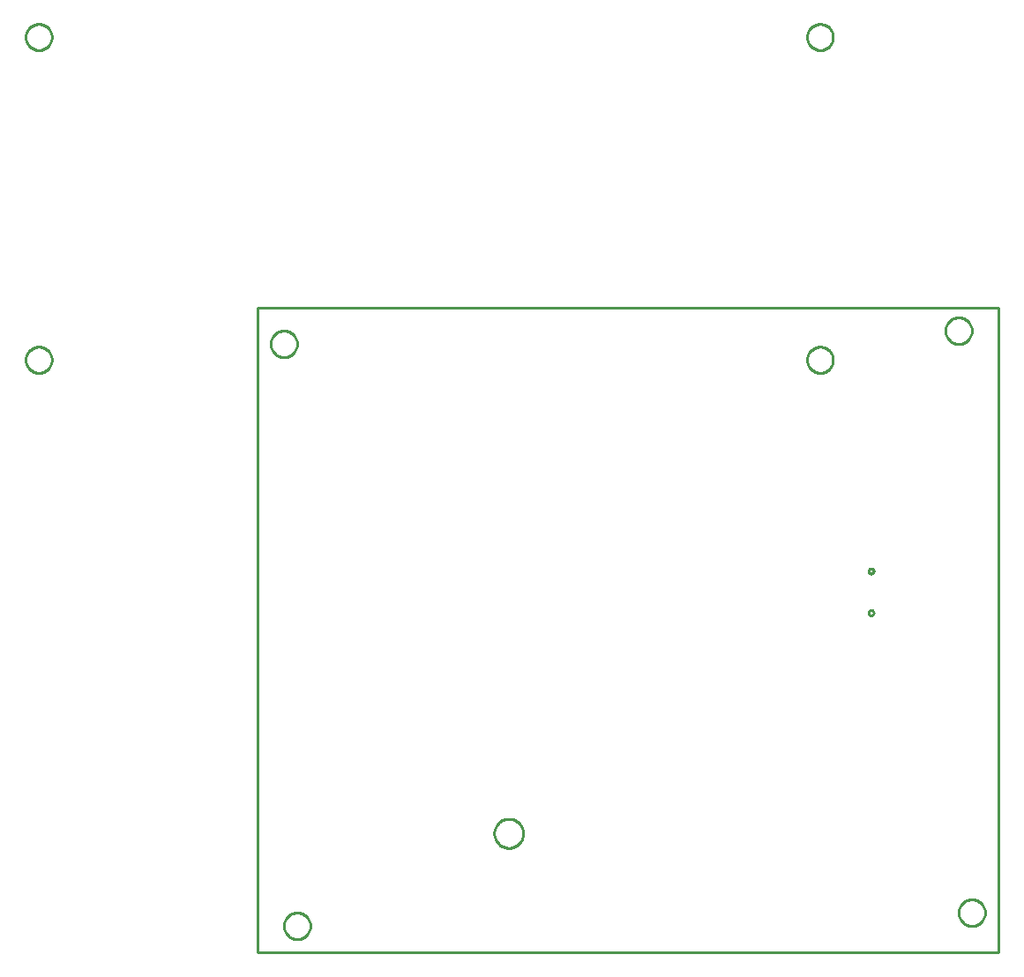
<source format=gbr>
G04 EAGLE Gerber RS-274X export*
G75*
%MOMM*%
%FSLAX34Y34*%
%LPD*%
%IN*%
%IPPOS*%
%AMOC8*
5,1,8,0,0,1.08239X$1,22.5*%
G01*
%ADD10C,0.254000*%


D10*
X114300Y63500D02*
X825300Y63500D01*
X825300Y682500D01*
X114300Y682500D01*
X114300Y63500D01*
X152400Y647201D02*
X152322Y646206D01*
X152166Y645220D01*
X151933Y644250D01*
X151624Y643301D01*
X151242Y642379D01*
X150789Y641490D01*
X150268Y640639D01*
X149681Y639831D01*
X149033Y639073D01*
X148327Y638367D01*
X147569Y637719D01*
X146761Y637132D01*
X145910Y636611D01*
X145021Y636158D01*
X144099Y635776D01*
X143150Y635467D01*
X142180Y635234D01*
X141194Y635078D01*
X140199Y635000D01*
X139201Y635000D01*
X138206Y635078D01*
X137220Y635234D01*
X136250Y635467D01*
X135301Y635776D01*
X134379Y636158D01*
X133490Y636611D01*
X132639Y637132D01*
X131831Y637719D01*
X131073Y638367D01*
X130367Y639073D01*
X129719Y639831D01*
X129132Y640639D01*
X128611Y641490D01*
X128158Y642379D01*
X127776Y643301D01*
X127467Y644250D01*
X127234Y645220D01*
X127078Y646206D01*
X127000Y647201D01*
X127000Y648199D01*
X127078Y649194D01*
X127234Y650180D01*
X127467Y651150D01*
X127776Y652099D01*
X128158Y653021D01*
X128611Y653910D01*
X129132Y654761D01*
X129719Y655569D01*
X130367Y656327D01*
X131073Y657033D01*
X131831Y657681D01*
X132639Y658268D01*
X133490Y658789D01*
X134379Y659242D01*
X135301Y659624D01*
X136250Y659933D01*
X137220Y660166D01*
X138206Y660322D01*
X139201Y660400D01*
X140199Y660400D01*
X141194Y660322D01*
X142180Y660166D01*
X143150Y659933D01*
X144099Y659624D01*
X145021Y659242D01*
X145910Y658789D01*
X146761Y658268D01*
X147569Y657681D01*
X148327Y657033D01*
X149033Y656327D01*
X149681Y655569D01*
X150268Y654761D01*
X150789Y653910D01*
X151242Y653021D01*
X151624Y652099D01*
X151933Y651150D01*
X152166Y650180D01*
X152322Y649194D01*
X152400Y648199D01*
X152400Y647201D01*
X165100Y88401D02*
X165022Y87406D01*
X164866Y86420D01*
X164633Y85450D01*
X164324Y84501D01*
X163942Y83579D01*
X163489Y82690D01*
X162968Y81839D01*
X162381Y81031D01*
X161733Y80273D01*
X161027Y79567D01*
X160269Y78919D01*
X159461Y78332D01*
X158610Y77811D01*
X157721Y77358D01*
X156799Y76976D01*
X155850Y76667D01*
X154880Y76434D01*
X153894Y76278D01*
X152899Y76200D01*
X151901Y76200D01*
X150906Y76278D01*
X149920Y76434D01*
X148950Y76667D01*
X148001Y76976D01*
X147079Y77358D01*
X146190Y77811D01*
X145339Y78332D01*
X144531Y78919D01*
X143773Y79567D01*
X143067Y80273D01*
X142419Y81031D01*
X141832Y81839D01*
X141311Y82690D01*
X140858Y83579D01*
X140476Y84501D01*
X140167Y85450D01*
X139934Y86420D01*
X139778Y87406D01*
X139700Y88401D01*
X139700Y89399D01*
X139778Y90394D01*
X139934Y91380D01*
X140167Y92350D01*
X140476Y93299D01*
X140858Y94221D01*
X141311Y95110D01*
X141832Y95961D01*
X142419Y96769D01*
X143067Y97527D01*
X143773Y98233D01*
X144531Y98881D01*
X145339Y99468D01*
X146190Y99989D01*
X147079Y100442D01*
X148001Y100824D01*
X148950Y101133D01*
X149920Y101366D01*
X150906Y101522D01*
X151901Y101600D01*
X152899Y101600D01*
X153894Y101522D01*
X154880Y101366D01*
X155850Y101133D01*
X156799Y100824D01*
X157721Y100442D01*
X158610Y99989D01*
X159461Y99468D01*
X160269Y98881D01*
X161027Y98233D01*
X161733Y97527D01*
X162381Y96769D01*
X162968Y95961D01*
X163489Y95110D01*
X163942Y94221D01*
X164324Y93299D01*
X164633Y92350D01*
X164866Y91380D01*
X165022Y90394D01*
X165100Y89399D01*
X165100Y88401D01*
X812800Y101101D02*
X812722Y100106D01*
X812566Y99120D01*
X812333Y98150D01*
X812024Y97201D01*
X811642Y96279D01*
X811189Y95390D01*
X810668Y94539D01*
X810081Y93731D01*
X809433Y92973D01*
X808727Y92267D01*
X807969Y91619D01*
X807161Y91032D01*
X806310Y90511D01*
X805421Y90058D01*
X804499Y89676D01*
X803550Y89367D01*
X802580Y89134D01*
X801594Y88978D01*
X800599Y88900D01*
X799601Y88900D01*
X798606Y88978D01*
X797620Y89134D01*
X796650Y89367D01*
X795701Y89676D01*
X794779Y90058D01*
X793890Y90511D01*
X793039Y91032D01*
X792231Y91619D01*
X791473Y92267D01*
X790767Y92973D01*
X790119Y93731D01*
X789532Y94539D01*
X789011Y95390D01*
X788558Y96279D01*
X788176Y97201D01*
X787867Y98150D01*
X787634Y99120D01*
X787478Y100106D01*
X787400Y101101D01*
X787400Y102099D01*
X787478Y103094D01*
X787634Y104080D01*
X787867Y105050D01*
X788176Y105999D01*
X788558Y106921D01*
X789011Y107810D01*
X789532Y108661D01*
X790119Y109469D01*
X790767Y110227D01*
X791473Y110933D01*
X792231Y111581D01*
X793039Y112168D01*
X793890Y112689D01*
X794779Y113142D01*
X795701Y113524D01*
X796650Y113833D01*
X797620Y114066D01*
X798606Y114222D01*
X799601Y114300D01*
X800599Y114300D01*
X801594Y114222D01*
X802580Y114066D01*
X803550Y113833D01*
X804499Y113524D01*
X805421Y113142D01*
X806310Y112689D01*
X807161Y112168D01*
X807969Y111581D01*
X808727Y110933D01*
X809433Y110227D01*
X810081Y109469D01*
X810668Y108661D01*
X811189Y107810D01*
X811642Y106921D01*
X812024Y105999D01*
X812333Y105050D01*
X812566Y104080D01*
X812722Y103094D01*
X812800Y102099D01*
X812800Y101101D01*
X800100Y659901D02*
X800022Y658906D01*
X799866Y657920D01*
X799633Y656950D01*
X799324Y656001D01*
X798942Y655079D01*
X798489Y654190D01*
X797968Y653339D01*
X797381Y652531D01*
X796733Y651773D01*
X796027Y651067D01*
X795269Y650419D01*
X794461Y649832D01*
X793610Y649311D01*
X792721Y648858D01*
X791799Y648476D01*
X790850Y648167D01*
X789880Y647934D01*
X788894Y647778D01*
X787899Y647700D01*
X786901Y647700D01*
X785906Y647778D01*
X784920Y647934D01*
X783950Y648167D01*
X783001Y648476D01*
X782079Y648858D01*
X781190Y649311D01*
X780339Y649832D01*
X779531Y650419D01*
X778773Y651067D01*
X778067Y651773D01*
X777419Y652531D01*
X776832Y653339D01*
X776311Y654190D01*
X775858Y655079D01*
X775476Y656001D01*
X775167Y656950D01*
X774934Y657920D01*
X774778Y658906D01*
X774700Y659901D01*
X774700Y660899D01*
X774778Y661894D01*
X774934Y662880D01*
X775167Y663850D01*
X775476Y664799D01*
X775858Y665721D01*
X776311Y666610D01*
X776832Y667461D01*
X777419Y668269D01*
X778067Y669027D01*
X778773Y669733D01*
X779531Y670381D01*
X780339Y670968D01*
X781190Y671489D01*
X782079Y671942D01*
X783001Y672324D01*
X783950Y672633D01*
X784920Y672866D01*
X785906Y673022D01*
X786901Y673100D01*
X787899Y673100D01*
X788894Y673022D01*
X789880Y672866D01*
X790850Y672633D01*
X791799Y672324D01*
X792721Y671942D01*
X793610Y671489D01*
X794461Y670968D01*
X795269Y670381D01*
X796027Y669733D01*
X796733Y669027D01*
X797381Y668269D01*
X797968Y667461D01*
X798489Y666610D01*
X798942Y665721D01*
X799324Y664799D01*
X799633Y663850D01*
X799866Y662880D01*
X800022Y661894D01*
X800100Y660899D01*
X800100Y659901D01*
X369570Y177301D02*
X369499Y176306D01*
X369357Y175318D01*
X369145Y174343D01*
X368864Y173385D01*
X368515Y172451D01*
X368100Y171543D01*
X367622Y170667D01*
X367083Y169828D01*
X366485Y169029D01*
X365831Y168275D01*
X365125Y167569D01*
X364371Y166915D01*
X363573Y166317D01*
X362733Y165778D01*
X361857Y165300D01*
X360950Y164885D01*
X360015Y164536D01*
X359057Y164255D01*
X358082Y164043D01*
X357094Y163901D01*
X356099Y163830D01*
X355101Y163830D01*
X354106Y163901D01*
X353118Y164043D01*
X352143Y164255D01*
X351185Y164536D01*
X350251Y164885D01*
X349343Y165300D01*
X348467Y165778D01*
X347628Y166317D01*
X346829Y166915D01*
X346075Y167569D01*
X345369Y168275D01*
X344715Y169029D01*
X344117Y169828D01*
X343578Y170667D01*
X343100Y171543D01*
X342685Y172451D01*
X342336Y173385D01*
X342055Y174343D01*
X341843Y175318D01*
X341701Y176306D01*
X341630Y177301D01*
X341630Y178299D01*
X341701Y179294D01*
X341843Y180282D01*
X342055Y181257D01*
X342336Y182215D01*
X342685Y183150D01*
X343100Y184057D01*
X343578Y184933D01*
X344117Y185773D01*
X344715Y186571D01*
X345369Y187325D01*
X346075Y188031D01*
X346829Y188685D01*
X347628Y189283D01*
X348467Y189822D01*
X349343Y190300D01*
X350251Y190715D01*
X351185Y191064D01*
X352143Y191345D01*
X353118Y191557D01*
X354106Y191699D01*
X355101Y191770D01*
X356099Y191770D01*
X357094Y191699D01*
X358082Y191557D01*
X359057Y191345D01*
X360015Y191064D01*
X360950Y190715D01*
X361857Y190300D01*
X362733Y189822D01*
X363573Y189283D01*
X364371Y188685D01*
X365125Y188031D01*
X365831Y187325D01*
X366485Y186571D01*
X367083Y185773D01*
X367622Y184933D01*
X368100Y184057D01*
X368515Y183150D01*
X368864Y182215D01*
X369145Y181257D01*
X369357Y180282D01*
X369499Y179294D01*
X369570Y178299D01*
X369570Y177301D01*
X641900Y942891D02*
X641977Y943870D01*
X642131Y944841D01*
X642360Y945796D01*
X642664Y946730D01*
X643039Y947637D01*
X643485Y948512D01*
X643999Y949350D01*
X644576Y950145D01*
X645214Y950892D01*
X645908Y951586D01*
X646655Y952224D01*
X647450Y952801D01*
X648288Y953315D01*
X649163Y953761D01*
X650070Y954136D01*
X651004Y954440D01*
X651960Y954669D01*
X652930Y954823D01*
X653909Y954900D01*
X654891Y954900D01*
X655870Y954823D01*
X656841Y954669D01*
X657796Y954440D01*
X658730Y954136D01*
X659637Y953761D01*
X660512Y953315D01*
X661350Y952801D01*
X662145Y952224D01*
X662892Y951586D01*
X663586Y950892D01*
X664224Y950145D01*
X664801Y949350D01*
X665315Y948512D01*
X665761Y947637D01*
X666136Y946730D01*
X666440Y945796D01*
X666669Y944841D01*
X666823Y943870D01*
X666900Y942891D01*
X666900Y941909D01*
X666823Y940930D01*
X666669Y939960D01*
X666440Y939004D01*
X666136Y938070D01*
X665761Y937163D01*
X665315Y936288D01*
X664801Y935450D01*
X664224Y934655D01*
X663586Y933908D01*
X662892Y933214D01*
X662145Y932576D01*
X661350Y931999D01*
X660512Y931485D01*
X659637Y931039D01*
X658730Y930664D01*
X657796Y930360D01*
X656841Y930131D01*
X655870Y929977D01*
X654891Y929900D01*
X653909Y929900D01*
X652930Y929977D01*
X651960Y930131D01*
X651004Y930360D01*
X650070Y930664D01*
X649163Y931039D01*
X648288Y931485D01*
X647450Y931999D01*
X646655Y932576D01*
X645908Y933214D01*
X645214Y933908D01*
X644576Y934655D01*
X643999Y935450D01*
X643485Y936288D01*
X643039Y937163D01*
X642664Y938070D01*
X642360Y939004D01*
X642131Y939960D01*
X641977Y940930D01*
X641900Y941909D01*
X641900Y942891D01*
X-108100Y942891D02*
X-108023Y943870D01*
X-107869Y944841D01*
X-107640Y945796D01*
X-107336Y946730D01*
X-106961Y947637D01*
X-106515Y948512D01*
X-106001Y949350D01*
X-105424Y950145D01*
X-104786Y950892D01*
X-104092Y951586D01*
X-103345Y952224D01*
X-102550Y952801D01*
X-101712Y953315D01*
X-100837Y953761D01*
X-99930Y954136D01*
X-98996Y954440D01*
X-98041Y954669D01*
X-97070Y954823D01*
X-96091Y954900D01*
X-95109Y954900D01*
X-94130Y954823D01*
X-93160Y954669D01*
X-92204Y954440D01*
X-91270Y954136D01*
X-90363Y953761D01*
X-89488Y953315D01*
X-88650Y952801D01*
X-87855Y952224D01*
X-87108Y951586D01*
X-86414Y950892D01*
X-85776Y950145D01*
X-85199Y949350D01*
X-84685Y948512D01*
X-84239Y947637D01*
X-83864Y946730D01*
X-83560Y945796D01*
X-83331Y944841D01*
X-83177Y943870D01*
X-83100Y942891D01*
X-83100Y941909D01*
X-83177Y940930D01*
X-83331Y939960D01*
X-83560Y939004D01*
X-83864Y938070D01*
X-84239Y937163D01*
X-84685Y936288D01*
X-85199Y935450D01*
X-85776Y934655D01*
X-86414Y933908D01*
X-87108Y933214D01*
X-87855Y932576D01*
X-88650Y931999D01*
X-89488Y931485D01*
X-90363Y931039D01*
X-91270Y930664D01*
X-92204Y930360D01*
X-93160Y930131D01*
X-94130Y929977D01*
X-95109Y929900D01*
X-96091Y929900D01*
X-97070Y929977D01*
X-98041Y930131D01*
X-98996Y930360D01*
X-99930Y930664D01*
X-100837Y931039D01*
X-101712Y931485D01*
X-102550Y931999D01*
X-103345Y932576D01*
X-104092Y933214D01*
X-104786Y933908D01*
X-105424Y934655D01*
X-106001Y935450D01*
X-106515Y936288D01*
X-106961Y937163D01*
X-107336Y938070D01*
X-107640Y939004D01*
X-107869Y939960D01*
X-108023Y940930D01*
X-108100Y941909D01*
X-108100Y942891D01*
X641900Y632891D02*
X641977Y633870D01*
X642131Y634841D01*
X642360Y635796D01*
X642664Y636730D01*
X643039Y637637D01*
X643485Y638512D01*
X643999Y639350D01*
X644576Y640145D01*
X645214Y640892D01*
X645908Y641586D01*
X646655Y642224D01*
X647450Y642801D01*
X648288Y643315D01*
X649163Y643761D01*
X650070Y644136D01*
X651004Y644440D01*
X651960Y644669D01*
X652930Y644823D01*
X653909Y644900D01*
X654891Y644900D01*
X655870Y644823D01*
X656841Y644669D01*
X657796Y644440D01*
X658730Y644136D01*
X659637Y643761D01*
X660512Y643315D01*
X661350Y642801D01*
X662145Y642224D01*
X662892Y641586D01*
X663586Y640892D01*
X664224Y640145D01*
X664801Y639350D01*
X665315Y638512D01*
X665761Y637637D01*
X666136Y636730D01*
X666440Y635796D01*
X666669Y634841D01*
X666823Y633870D01*
X666900Y632891D01*
X666900Y631909D01*
X666823Y630930D01*
X666669Y629960D01*
X666440Y629004D01*
X666136Y628070D01*
X665761Y627163D01*
X665315Y626288D01*
X664801Y625450D01*
X664224Y624655D01*
X663586Y623908D01*
X662892Y623214D01*
X662145Y622576D01*
X661350Y621999D01*
X660512Y621485D01*
X659637Y621039D01*
X658730Y620664D01*
X657796Y620360D01*
X656841Y620131D01*
X655870Y619977D01*
X654891Y619900D01*
X653909Y619900D01*
X652930Y619977D01*
X651960Y620131D01*
X651004Y620360D01*
X650070Y620664D01*
X649163Y621039D01*
X648288Y621485D01*
X647450Y621999D01*
X646655Y622576D01*
X645908Y623214D01*
X645214Y623908D01*
X644576Y624655D01*
X643999Y625450D01*
X643485Y626288D01*
X643039Y627163D01*
X642664Y628070D01*
X642360Y629004D01*
X642131Y629960D01*
X641977Y630930D01*
X641900Y631909D01*
X641900Y632891D01*
X-108100Y632891D02*
X-108023Y633870D01*
X-107869Y634841D01*
X-107640Y635796D01*
X-107336Y636730D01*
X-106961Y637637D01*
X-106515Y638512D01*
X-106001Y639350D01*
X-105424Y640145D01*
X-104786Y640892D01*
X-104092Y641586D01*
X-103345Y642224D01*
X-102550Y642801D01*
X-101712Y643315D01*
X-100837Y643761D01*
X-99930Y644136D01*
X-98996Y644440D01*
X-98041Y644669D01*
X-97070Y644823D01*
X-96091Y644900D01*
X-95109Y644900D01*
X-94130Y644823D01*
X-93160Y644669D01*
X-92204Y644440D01*
X-91270Y644136D01*
X-90363Y643761D01*
X-89488Y643315D01*
X-88650Y642801D01*
X-87855Y642224D01*
X-87108Y641586D01*
X-86414Y640892D01*
X-85776Y640145D01*
X-85199Y639350D01*
X-84685Y638512D01*
X-84239Y637637D01*
X-83864Y636730D01*
X-83560Y635796D01*
X-83331Y634841D01*
X-83177Y633870D01*
X-83100Y632891D01*
X-83100Y631909D01*
X-83177Y630930D01*
X-83331Y629960D01*
X-83560Y629004D01*
X-83864Y628070D01*
X-84239Y627163D01*
X-84685Y626288D01*
X-85199Y625450D01*
X-85776Y624655D01*
X-86414Y623908D01*
X-87108Y623214D01*
X-87855Y622576D01*
X-88650Y621999D01*
X-89488Y621485D01*
X-90363Y621039D01*
X-91270Y620664D01*
X-92204Y620360D01*
X-93160Y620131D01*
X-94130Y619977D01*
X-95109Y619900D01*
X-96091Y619900D01*
X-97070Y619977D01*
X-98041Y620131D01*
X-98996Y620360D01*
X-99930Y620664D01*
X-100837Y621039D01*
X-101712Y621485D01*
X-102550Y621999D01*
X-103345Y622576D01*
X-104092Y623214D01*
X-104786Y623908D01*
X-105424Y624655D01*
X-106001Y625450D01*
X-106515Y626288D01*
X-106961Y627163D01*
X-107336Y628070D01*
X-107640Y629004D01*
X-107869Y629960D01*
X-108023Y630930D01*
X-108100Y631909D01*
X-108100Y632891D01*
X703203Y427200D02*
X702815Y427262D01*
X702440Y427383D01*
X702090Y427562D01*
X701771Y427793D01*
X701493Y428071D01*
X701262Y428390D01*
X701083Y428740D01*
X700962Y429115D01*
X700900Y429503D01*
X700900Y429897D01*
X700962Y430285D01*
X701083Y430660D01*
X701262Y431010D01*
X701493Y431329D01*
X701771Y431607D01*
X702090Y431838D01*
X702440Y432017D01*
X702815Y432138D01*
X703203Y432200D01*
X703597Y432200D01*
X703985Y432138D01*
X704360Y432017D01*
X704710Y431838D01*
X705029Y431607D01*
X705307Y431329D01*
X705538Y431010D01*
X705717Y430660D01*
X705838Y430285D01*
X705900Y429897D01*
X705900Y429503D01*
X705838Y429115D01*
X705717Y428740D01*
X705538Y428390D01*
X705307Y428071D01*
X705029Y427793D01*
X704710Y427562D01*
X704360Y427383D01*
X703985Y427262D01*
X703597Y427200D01*
X703203Y427200D01*
X703203Y387200D02*
X702815Y387262D01*
X702440Y387383D01*
X702090Y387562D01*
X701771Y387793D01*
X701493Y388071D01*
X701262Y388390D01*
X701083Y388740D01*
X700962Y389115D01*
X700900Y389503D01*
X700900Y389897D01*
X700962Y390285D01*
X701083Y390660D01*
X701262Y391010D01*
X701493Y391329D01*
X701771Y391607D01*
X702090Y391838D01*
X702440Y392017D01*
X702815Y392138D01*
X703203Y392200D01*
X703597Y392200D01*
X703985Y392138D01*
X704360Y392017D01*
X704710Y391838D01*
X705029Y391607D01*
X705307Y391329D01*
X705538Y391010D01*
X705717Y390660D01*
X705838Y390285D01*
X705900Y389897D01*
X705900Y389503D01*
X705838Y389115D01*
X705717Y388740D01*
X705538Y388390D01*
X705307Y388071D01*
X705029Y387793D01*
X704710Y387562D01*
X704360Y387383D01*
X703985Y387262D01*
X703597Y387200D01*
X703203Y387200D01*
M02*

</source>
